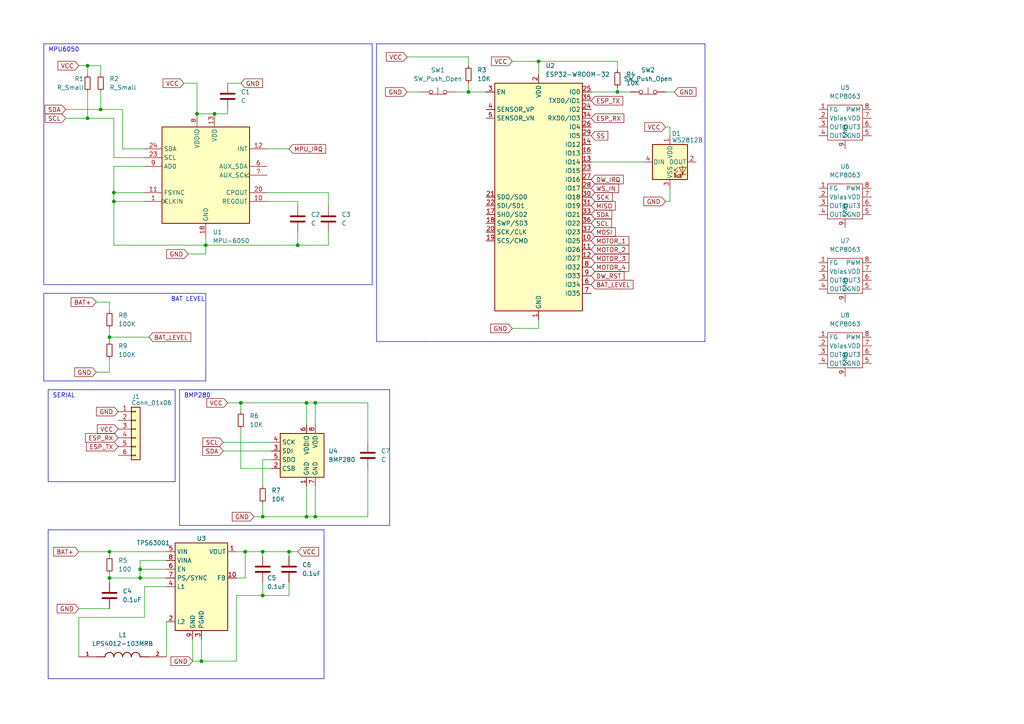
<source format=kicad_sch>
(kicad_sch (version 20230121) (generator eeschema)
  (paper "A4")
  (lib_symbols
    (symbol "Connector_Generic:Conn_01x06" (pin_names (offset 1.016) hide)
      (property "Reference" "J" (at 0 7.62 0))
      (property "Value" "Conn_01x06" (at 0 -10.16 0))
      (symbol "Conn_01x06_1_1"
        (rectangle (start -1.27 -7.493) (end 0 -7.747) (stroke (width 0.1524)))
        (rectangle (start -1.27 -4.953) (end 0 -5.207) (stroke (width 0.1524)))
        (rectangle (start -1.27 -2.413) (end 0 -2.667) (stroke (width 0.1524)))
        (rectangle (start -1.27 0.127) (end 0 -0.127) (stroke (width 0.1524)))
        (rectangle (start -1.27 2.667) (end 0 2.413) (stroke (width 0.1524)))
        (rectangle (start -1.27 5.207) (end 0 4.953) (stroke (width 0.1524)))
        (rectangle (start -1.27 6.35) (end 1.27 -8.89) (stroke (width 0.254)) (fill (type background)))
        (pin passive line (at -5.08 5.08 0) (length 3.81) (name "Pin_1") (number "1"))
        (pin passive line (at -5.08 2.54 0) (length 3.81) (name "Pin_2") (number "2"))
        (pin passive line (at -5.08 0 0) (length 3.81) (name "Pin_3") (number "3"))
        (pin passive line (at -5.08 -2.54 0) (length 3.81) (name "Pin_4") (number "4"))
        (pin passive line (at -5.08 -5.08 0) (length 3.81) (name "Pin_5") (number "5"))
        (pin passive line (at -5.08 -7.62 0) (length 3.81) (name "Pin_6") (number "6"))
      )
    )
    (symbol "Device:C" (pin_numbers hide) (pin_names (offset 0.254))
      (property "Reference" "C" (at 0.635 2.54 0))
      (property "Value" "C" (at 0.635 -2.54 0))
      (symbol "C_0_1"
        (polyline (pts (xy -2.032 -0.762) (xy 2.032 -0.762)) (stroke (width 0.508)))
        (polyline (pts (xy -2.032 0.762) (xy 2.032 0.762)) (stroke (width 0.508)))
      )
      (symbol "C_1_1"
        (pin passive line (at 0 3.81 270) (length 2.794) (name "~") (number "1"))
        (pin passive line (at 0 -3.81 90) (length 2.794) (name "~") (number "2"))
      )
    )
    (symbol "Device:R_Small" (pin_numbers hide) (pin_names (offset 0.254) hide)
      (property "Reference" "R" (at 0.762 0.508 0))
      (property "Value" "R_Small" (at 0.762 -1.016 0))
      (symbol "R_Small_0_1"
        (rectangle (start -0.762 1.778) (end 0.762 -1.778) (stroke (width 0.2032)))
      )
      (symbol "R_Small_1_1"
        (pin passive line (at 0 2.54 270) (length 0.762) (name "~") (number "1"))
        (pin passive line (at 0 -2.54 90) (length 0.762) (name "~") (number "2"))
      )
    )
    (symbol "LED:WS2812B" (pin_names (offset 0.254))
      (property "Reference" "D" (at 5.08 5.715 0))
      (property "Value" "WS2812B" (at 1.27 -5.715 0))
      (symbol "WS2812B_0_0"
        (text "RGB" (at 2.286 -4.191 0) (effects (font (size 0.762 0.762))))
      )
      (symbol "WS2812B_0_1"
        (polyline (pts (xy 1.27 -3.556) (xy 1.778 -3.556)))
        (polyline (pts (xy 1.27 -2.54) (xy 1.778 -2.54)))
        (polyline (pts (xy 4.699 -3.556) (xy 2.667 -3.556)))
        (polyline (pts (xy 2.286 -2.54) (xy 1.27 -3.556) (xy 1.27 -3.048)))
        (polyline (pts (xy 2.286 -1.524) (xy 1.27 -2.54) (xy 1.27 -2.032)))
        (polyline (pts (xy 3.683 -1.016) (xy 3.683 -3.556) (xy 3.683 -4.064)))
        (polyline (pts (xy 4.699 -1.524) (xy 2.667 -1.524) (xy 3.683 -3.556) (xy 4.699 -1.524)))
        (rectangle (start 5.08 5.08) (end -5.08 -5.08) (stroke (width 0.254)) (fill (type background)))
      )
      (symbol "WS2812B_1_1"
        (pin power_in line (at 0 7.62 270) (length 2.54) (name "VDD") (number "1"))
        (pin output line (at 7.62 0 180) (length 2.54) (name "DOUT") (number "2"))
        (pin power_in line (at 0 -7.62 90) (length 2.54) (name "VSS") (number "3"))
        (pin input line (at -7.62 0 0) (length 2.54) (name "DIN") (number "4"))
      )
    )
    (symbol "LPS4012:LPS4012-103MRB" (pin_names (offset 1.016))
      (property "Reference" "L" (at -10.16 7.62 0))
      (property "Value" "LPS4012-103MRB" (at -10.16 5.08 0))
      (symbol "LPS4012-103MRB_0_0"
        (arc (start -2.54 0) (mid -3.81 1.2645) (end -5.08 0) (stroke (width 0.254)))
        (arc (start 0 0) (mid -1.27 1.2645) (end -2.54 0) (stroke (width 0.254)))
        (polyline (pts (xy -5.08 0) (xy -7.62 0)) (stroke (width 0.254)))
        (polyline (pts (xy 5.08 0) (xy 7.62 0)) (stroke (width 0.254)))
        (arc (start 2.54 0) (mid 1.27 1.2645) (end 0 0) (stroke (width 0.254)))
        (arc (start 5.08 0) (mid 3.81 1.2645) (end 2.54 0) (stroke (width 0.254)))
        (pin passive line (at -12.7 0 0) (length 5.08) (name "~") (number "1"))
        (pin passive line (at 12.7 0 180) (length 5.08) (name "~") (number "2"))
      )
    )
    (symbol "MCP8063_1"
      (property "Reference" "U5" (at 0 8.89 0))
      (property "Value" "MCP8063" (at 0 6.35 0))
      (symbol "MCP8063_1_0_1"
        (rectangle (start -5.08 3.81) (end 5.08 -6.35))
      )
      (symbol "MCP8063_1_1_1"
        (pin input line (at -7.62 2.54 0) (length 2.54) (name "FG") (number "1"))
        (pin input line (at -7.62 0 0) (length 2.54) (name "Vbias") (number "2"))
        (pin output line (at -7.62 -2.54 0) (length 2.54) (name "OUT1") (number "3"))
        (pin output line (at -7.62 -5.08 0) (length 2.54) (name "OUT2") (number "4"))
        (pin input line (at 7.62 -5.08 180) (length 2.54) (name "GND") (number "5"))
        (pin output line (at 7.62 -2.54 180) (length 2.54) (name "OUT3") (number "6"))
        (pin input line (at 7.62 0 180) (length 2.54) (name "VDD") (number "7"))
        (pin input line (at 7.62 2.54 180) (length 2.54) (name "PWM") (number "8"))
        (pin output line (at 0 -8.89 90) (length 2.54) (name "GND") (number "9"))
      )
    )
    (symbol "RF_Module:ESP32-WROOM-32"
      (property "Reference" "U" (at -12.7 34.29 0))
      (property "Value" "ESP32-WROOM-32" (at 1.27 34.29 0))
      (symbol "ESP32-WROOM-32_0_1"
        (rectangle (start -12.7 33.02) (end 12.7 -33.02) (stroke (width 0.254)) (fill (type background)))
      )
      (symbol "ESP32-WROOM-32_1_1"
        (pin power_in line (at 0 -35.56 90) (length 2.54) (name "GND") (number "1"))
        (pin bidirectional line (at 15.24 -12.7 180) (length 2.54) (name "IO25") (number "10"))
        (pin bidirectional line (at 15.24 -15.24 180) (length 2.54) (name "IO26") (number "11"))
        (pin bidirectional line (at 15.24 -17.78 180) (length 2.54) (name "IO27") (number "12"))
        (pin bidirectional line (at 15.24 10.16 180) (length 2.54) (name "IO14") (number "13"))
        (pin bidirectional line (at 15.24 15.24 180) (length 2.54) (name "IO12") (number "14"))
        (pin passive line (at 0 -35.56 90) (length 2.54) hide (name "GND") (number "15"))
        (pin bidirectional line (at 15.24 12.7 180) (length 2.54) (name "IO13") (number "16"))
        (pin bidirectional line (at -15.24 -5.08 0) (length 2.54) (name "SHD/SD2") (number "17"))
        (pin bidirectional line (at -15.24 -7.62 0) (length 2.54) (name "SWP/SD3") (number "18"))
        (pin bidirectional line (at -15.24 -12.7 0) (length 2.54) (name "SCS/CMD") (number "19"))
        (pin power_in line (at 0 35.56 270) (length 2.54) (name "VDD") (number "2"))
        (pin bidirectional line (at -15.24 -10.16 0) (length 2.54) (name "SCK/CLK") (number "20"))
        (pin bidirectional line (at -15.24 0 0) (length 2.54) (name "SDO/SD0") (number "21"))
        (pin bidirectional line (at -15.24 -2.54 0) (length 2.54) (name "SDI/SD1") (number "22"))
        (pin bidirectional line (at 15.24 7.62 180) (length 2.54) (name "IO15") (number "23"))
        (pin bidirectional line (at 15.24 25.4 180) (length 2.54) (name "IO2") (number "24"))
        (pin bidirectional line (at 15.24 30.48 180) (length 2.54) (name "IO0") (number "25"))
        (pin bidirectional line (at 15.24 20.32 180) (length 2.54) (name "IO4") (number "26"))
        (pin bidirectional line (at 15.24 5.08 180) (length 2.54) (name "IO16") (number "27"))
        (pin bidirectional line (at 15.24 2.54 180) (length 2.54) (name "IO17") (number "28"))
        (pin bidirectional line (at 15.24 17.78 180) (length 2.54) (name "IO5") (number "29"))
        (pin input line (at -15.24 30.48 0) (length 2.54) (name "EN") (number "3"))
        (pin bidirectional line (at 15.24 0 180) (length 2.54) (name "IO18") (number "30"))
        (pin bidirectional line (at 15.24 -2.54 180) (length 2.54) (name "IO19") (number "31"))
        (pin no_connect line (at -12.7 -27.94 0) (length 2.54) hide (name "NC") (number "32"))
        (pin bidirectional line (at 15.24 -5.08 180) (length 2.54) (name "IO21") (number "33"))
        (pin bidirectional line (at 15.24 22.86 180) (length 2.54) (name "RXD0/IO3") (number "34"))
        (pin bidirectional line (at 15.24 27.94 180) (length 2.54) (name "TXD0/IO1") (number "35"))
        (pin bidirectional line (at 15.24 -7.62 180) (length 2.54) (name "IO22") (number "36"))
        (pin bidirectional line (at 15.24 -10.16 180) (length 2.54) (name "IO23") (number "37"))
        (pin passive line (at 0 -35.56 90) (length 2.54) hide (name "GND") (number "38"))
        (pin passive line (at 0 -35.56 90) (length 2.54) hide (name "GND") (number "39"))
        (pin input line (at -15.24 25.4 0) (length 2.54) (name "SENSOR_VP") (number "4"))
        (pin input line (at -15.24 22.86 0) (length 2.54) (name "SENSOR_VN") (number "5"))
        (pin input line (at 15.24 -25.4 180) (length 2.54) (name "IO34") (number "6"))
        (pin input line (at 15.24 -27.94 180) (length 2.54) (name "IO35") (number "7"))
        (pin bidirectional line (at 15.24 -20.32 180) (length 2.54) (name "IO32") (number "8"))
        (pin bidirectional line (at 15.24 -22.86 180) (length 2.54) (name "IO33") (number "9"))
      )
    )
    (symbol "Regulator_Switching:TPS63000"
      (property "Reference" "U" (at -7.62 13.97 0))
      (property "Value" "TPS63000" (at 5.08 13.97 0))
      (symbol "TPS63000_0_1"
        (rectangle (start -7.62 12.7) (end 7.62 -12.7) (stroke (width 0.254)) (fill (type background)))
      )
      (symbol "TPS63000_1_1"
        (pin power_out line (at 10.16 10.16 180) (length 2.54) (name "VOUT") (number "1"))
        (pin input line (at 10.16 2.54 180) (length 2.54) (name "FB") (number "10"))
        (pin passive line (at 0 -15.24 90) (length 2.54) hide (name "PGND") (number "11"))
        (pin input line (at -10.16 -10.16 0) (length 2.54) (name "L2") (number "2"))
        (pin power_in line (at 0 -15.24 90) (length 2.54) (name "PGND") (number "3"))
        (pin input line (at -10.16 0 0) (length 2.54) (name "L1") (number "4"))
        (pin power_in line (at -10.16 10.16 0) (length 2.54) (name "VIN") (number "5"))
        (pin input line (at -10.16 5.08 0) (length 2.54) (name "EN") (number "6"))
        (pin input line (at -10.16 2.54 0) (length 2.54) (name "PS/SYNC") (number "7"))
        (pin power_in line (at -10.16 7.62 0) (length 2.54) (name "VINA") (number "8"))
        (pin power_in line (at -2.54 -15.24 90) (length 2.54) (name "GND") (number "9"))
      )
    )
    (symbol "Sensor_Motion:MPU-6050"
      (property "Reference" "U" (at -11.43 13.97 0))
      (property "Value" "MPU-6050" (at 7.62 -15.24 0))
      (symbol "MPU-6050_0_0"
        (text "" (at 12.7 -2.54 0) (effects (font (size 1.27 1.27))))
      )
      (symbol "MPU-6050_0_1"
        (rectangle (start -12.7 13.97) (end 12.7 -13.97) (stroke (width 0.254)) (fill (type background)))
      )
      (symbol "MPU-6050_1_1"
        (pin input clock (at -17.78 -7.62 0) (length 5.08) (name "CLKIN") (number "1"))
        (pin passive line (at 17.78 -7.62 180) (length 5.08) (name "REGOUT") (number "10"))
        (pin input line (at -17.78 -5.08 0) (length 5.08) (name "FSYNC") (number "11"))
        (pin output line (at 17.78 7.62 180) (length 5.08) (name "INT") (number "12"))
        (pin power_in line (at 2.54 17.78 270) (length 3.81) (name "VDD") (number "13"))
        (pin no_connect line (at -12.7 -10.16 0) (length 2.54) hide (name "NC") (number "14"))
        (pin no_connect line (at 12.7 12.7 180) (length 2.54) hide (name "NC") (number "15"))
        (pin no_connect line (at 12.7 10.16 180) (length 2.54) hide (name "NC") (number "16"))
        (pin no_connect line (at 12.7 5.08 180) (length 2.54) hide (name "NC") (number "17"))
        (pin power_in line (at 0 -17.78 90) (length 3.81) (name "GND") (number "18"))
        (pin no_connect line (at 12.7 -10.16 180) (length 2.54) hide (name "NC") (number "19"))
        (pin no_connect line (at -12.7 12.7 0) (length 2.54) hide (name "NC") (number "2"))
        (pin passive line (at 17.78 -5.08 180) (length 5.08) (name "CPOUT") (number "20"))
        (pin no_connect line (at 12.7 -2.54 180) (length 2.54) hide (name "NC") (number "21"))
        (pin no_connect line (at 12.7 -12.7 180) (length 2.54) hide (name "NC") (number "22"))
        (pin input line (at -17.78 5.08 0) (length 5.08) (name "SCL") (number "23"))
        (pin bidirectional line (at -17.78 7.62 0) (length 5.08) (name "SDA") (number "24"))
        (pin no_connect line (at -12.7 10.16 0) (length 2.54) hide (name "NC") (number "3"))
        (pin no_connect line (at -12.7 0 0) (length 2.54) hide (name "NC") (number "4"))
        (pin no_connect line (at -12.7 -2.54 0) (length 2.54) hide (name "NC") (number "5"))
        (pin bidirectional line (at 17.78 2.54 180) (length 5.08) (name "AUX_SDA") (number "6"))
        (pin output clock (at 17.78 0 180) (length 5.08) (name "AUX_SCL") (number "7"))
        (pin power_in line (at -2.54 17.78 270) (length 3.81) (name "VDDIO") (number "8"))
        (pin input line (at -17.78 2.54 0) (length 5.08) (name "AD0") (number "9"))
      )
    )
    (symbol "Sensor_Pressure:BMP280"
      (property "Reference" "U" (at -7.62 10.16 0))
      (property "Value" "BMP280" (at 5.08 10.16 0))
      (symbol "BMP280_0_1"
        (rectangle (start -7.62 -5.08) (end 5.08 7.62) (stroke (width 0.254)) (fill (type background)))
      )
      (symbol "BMP280_1_1"
        (pin power_in line (at 0 -7.62 90) (length 2.54) (name "GND") (number "1"))
        (pin input line (at -10.16 -2.54 0) (length 2.54) (name "CSB") (number "2"))
        (pin bidirectional line (at -10.16 2.54 0) (length 2.54) (name "SDI") (number "3"))
        (pin input line (at -10.16 5.08 0) (length 2.54) (name "SCK") (number "4"))
        (pin bidirectional line (at -10.16 0 0) (length 2.54) (name "SDO") (number "5"))
        (pin power_in line (at 0 10.16 270) (length 2.54) (name "VDDIO") (number "6"))
        (pin power_in line (at 2.54 -7.62 90) (length 2.54) (name "GND") (number "7"))
        (pin power_in line (at 2.54 10.16 270) (length 2.54) (name "VDD") (number "8"))
      )
    )
    (symbol "Switch:SW_Push_Open" (pin_numbers hide) (pin_names (offset 1.016) hide)
      (property "Reference" "SW" (at 0 2.54 0))
      (property "Value" "SW_Push_Open" (at 0 -1.905 0))
      (symbol "SW_Push_Open_0_1"
        (circle (center -2.032 0) (radius 0.508))
        (polyline (pts (xy -2.54 -0.635) (xy 2.54 -0.635)))
        (polyline (pts (xy 0 -0.635) (xy 0 1.27)))
        (circle (center 2.032 0) (radius 0.508))
        (pin passive line (at -5.08 0 0) (length 2.54) (name "A") (number "1"))
      )
      (symbol "SW_Push_Open_1_1"
        (pin passive line (at 5.08 0 180) (length 2.54) (name "B") (number "2"))
      )
    )
  )
  (junction (at 156.21 17.78))
  (junction (at 88.9 149.86))
  (junction (at 76.2 160.02))
  (junction (at 135.89 26.67))
  (junction (at 29.21 31.75))
  (junction (at 40.64 165.1))
  (junction (at 31.75 160.02))
  (junction (at 40.64 167.64))
  (junction (at 76.2 172.72))
  (junction (at 91.44 116.84))
  (junction (at 71.12 160.02))
  (junction (at 31.75 167.64))
  (junction (at 57.15 33.02))
  (junction (at 91.44 149.86))
  (junction (at 86.36 71.12))
  (junction (at 33.02 55.88))
  (junction (at 179.07 26.67))
  (junction (at 76.2 149.86))
  (junction (at 88.9 116.84))
  (junction (at 33.02 58.42))
  (junction (at 25.4 19.05))
  (junction (at 83.82 160.02))
  (junction (at 25.4 34.29))
  (junction (at 69.85 116.84))
  (junction (at 59.69 71.12))
  (junction (at 58.42 191.77))
  (junction (at 62.23 33.02))
  (junction (at 31.75 97.79))
  (wire (pts (xy 106.68 135.89) (xy 106.68 149.86)))
  (polyline (pts (xy 123.19 99.06) (xy 204.47 99.06)))
  (wire (pts (xy 66.04 24.13) (xy 69.85 24.13)))
  (wire (pts (xy 76.2 160.02) (xy 83.82 160.02)))
  (wire (pts (xy 68.58 172.72) (xy 68.58 191.77)))
  (wire (pts (xy 31.75 166.37) (xy 31.75 167.64)))
  (wire (pts (xy 41.91 48.26) (xy 33.02 48.26)))
  (wire (pts (xy 33.02 71.12) (xy 59.69 71.12)))
  (wire (pts (xy 31.75 97.79) (xy 43.18 97.79)))
  (wire (pts (xy 69.85 135.89) (xy 69.85 124.46)))
  (wire (pts (xy 41.91 170.18) (xy 48.26 170.18)))
  (wire (pts (xy 83.82 172.72) (xy 76.2 172.72)))
  (polyline (pts (xy 12.7 82.55) (xy 19.05 82.55)))
  (wire (pts (xy 62.23 33.02) (xy 66.04 33.02)))
  (polyline (pts (xy 13.97 139.7) (xy 13.97 113.03)))
  (wire (pts (xy 106.68 149.86) (xy 91.44 149.86)))
  (wire (pts (xy 156.21 17.78) (xy 179.07 17.78)))
  (polyline (pts (xy 50.8 113.03) (xy 50.8 139.7)))
  (wire (pts (xy 33.02 55.88) (xy 41.91 55.88)))
  (wire (pts (xy 156.21 21.59) (xy 156.21 17.78)))
  (wire (pts (xy 95.25 67.31) (xy 95.25 71.12)))
  (wire (pts (xy 48.26 180.34) (xy 48.26 190.5)))
  (polyline (pts (xy 12.7 85.09) (xy 12.7 110.49)))
  (wire (pts (xy 86.36 71.12) (xy 59.69 71.12)))
  (polyline (pts (xy 113.03 152.4) (xy 113.03 113.03)))
  (wire (pts (xy 171.45 26.67) (xy 179.07 26.67)))
  (wire (pts (xy 86.36 67.31) (xy 86.36 71.12)))
  (wire (pts (xy 58.42 191.77) (xy 55.88 191.77)))
  (wire (pts (xy 33.02 55.88) (xy 33.02 58.42)))
  (wire (pts (xy 29.21 19.05) (xy 25.4 19.05)))
  (wire (pts (xy 106.68 116.84) (xy 91.44 116.84)))
  (wire (pts (xy 31.75 90.17) (xy 31.75 87.63)))
  (wire (pts (xy 25.4 26.67) (xy 25.4 34.29)))
  (wire (pts (xy 25.4 21.59) (xy 25.4 19.05)))
  (wire (pts (xy 66.04 33.02) (xy 66.04 31.75)))
  (wire (pts (xy 59.69 71.12) (xy 59.69 73.66)))
  (wire (pts (xy 57.15 33.02) (xy 57.15 24.13)))
  (wire (pts (xy 73.66 149.86) (xy 76.2 149.86)))
  (polyline (pts (xy 109.22 12.7) (xy 109.22 99.06)))
  (wire (pts (xy 156.21 92.71) (xy 156.21 95.25)))
  (wire (pts (xy 22.86 179.07) (xy 41.91 179.07)))
  (wire (pts (xy 148.59 95.25) (xy 156.21 95.25)))
  (wire (pts (xy 41.91 43.18) (xy 35.56 43.18)))
  (wire (pts (xy 88.9 116.84) (xy 88.9 123.19)))
  (wire (pts (xy 19.05 34.29) (xy 25.4 34.29)))
  (wire (pts (xy 71.12 167.64) (xy 71.12 160.02)))
  (wire (pts (xy 83.82 160.02) (xy 83.82 161.29)))
  (wire (pts (xy 58.42 185.42) (xy 58.42 191.77)))
  (wire (pts (xy 69.85 116.84) (xy 88.9 116.84)))
  (wire (pts (xy 27.94 87.63) (xy 31.75 87.63)))
  (polyline (pts (xy 82.55 152.4) (xy 113.03 152.4)))
  (wire (pts (xy 31.75 167.64) (xy 40.64 167.64)))
  (wire (pts (xy 55.88 185.42) (xy 55.88 191.77)))
  (wire (pts (xy 29.21 26.67) (xy 29.21 31.75)))
  (wire (pts (xy 193.04 58.42) (xy 194.31 58.42)))
  (wire (pts (xy 171.45 46.99) (xy 186.69 46.99)))
  (wire (pts (xy 194.31 39.37) (xy 194.31 36.83)))
  (polyline (pts (xy 13.97 113.03) (xy 50.8 113.03)))
  (wire (pts (xy 106.68 128.27) (xy 106.68 116.84)))
  (wire (pts (xy 40.64 165.1) (xy 48.26 165.1)))
  (wire (pts (xy 33.02 48.26) (xy 33.02 55.88)))
  (wire (pts (xy 41.91 45.72) (xy 33.02 45.72)))
  (wire (pts (xy 148.59 17.78) (xy 156.21 17.78)))
  (wire (pts (xy 76.2 133.35) (xy 76.2 140.97)))
  (wire (pts (xy 31.75 176.53) (xy 22.86 176.53)))
  (wire (pts (xy 68.58 167.64) (xy 71.12 167.64)))
  (wire (pts (xy 66.04 116.84) (xy 69.85 116.84)))
  (polyline (pts (xy 59.69 85.09) (xy 12.7 85.09)))
  (wire (pts (xy 22.86 190.5) (xy 22.86 179.07)))
  (polyline (pts (xy 13.97 139.7) (xy 50.8 139.7)))
  (polyline (pts (xy 12.7 12.7) (xy 12.7 82.55)))
  (wire (pts (xy 33.02 58.42) (xy 41.91 58.42)))
  (wire (pts (xy 31.75 167.64) (xy 31.75 168.91)))
  (polyline (pts (xy 59.69 107.95) (xy 59.69 110.49)))
  (wire (pts (xy 78.74 133.35) (xy 76.2 133.35)))
  (polyline (pts (xy 109.22 99.06) (xy 123.19 99.06)))
  (wire (pts (xy 19.05 31.75) (xy 29.21 31.75)))
  (wire (pts (xy 27.94 107.95) (xy 31.75 107.95)))
  (polyline (pts (xy 204.47 12.7) (xy 109.22 12.7)))
  (wire (pts (xy 54.61 73.66) (xy 59.69 73.66)))
  (wire (pts (xy 132.08 26.67) (xy 135.89 26.67)))
  (wire (pts (xy 91.44 149.86) (xy 88.9 149.86)))
  (wire (pts (xy 135.89 19.05) (xy 135.89 16.51)))
  (wire (pts (xy 22.86 160.02) (xy 31.75 160.02)))
  (wire (pts (xy 135.89 26.67) (xy 140.97 26.67)))
  (wire (pts (xy 31.75 104.14) (xy 31.75 107.95)))
  (polyline (pts (xy 52.07 113.03) (xy 52.07 152.4)))
  (polyline (pts (xy 107.95 12.7) (xy 12.7 12.7)))
  (polyline (pts (xy 13.97 153.67) (xy 93.98 153.67)))
  (wire (pts (xy 40.64 167.64) (xy 40.64 165.1)))
  (polyline (pts (xy 59.69 107.95) (xy 59.69 85.09)))
  (wire (pts (xy 179.07 26.67) (xy 182.88 26.67)))
  (wire (pts (xy 57.15 33.02) (xy 62.23 33.02)))
  (polyline (pts (xy 13.97 196.85) (xy 93.98 196.85)))
  (wire (pts (xy 71.12 160.02) (xy 76.2 160.02)))
  (polyline (pts (xy 204.47 99.06) (xy 204.47 12.7)))
  (wire (pts (xy 71.12 160.02) (xy 68.58 160.02)))
  (wire (pts (xy 68.58 191.77) (xy 58.42 191.77)))
  (wire (pts (xy 91.44 140.97) (xy 91.44 149.86)))
  (polyline (pts (xy 113.03 113.03) (xy 52.07 113.03)))
  (wire (pts (xy 40.64 165.1) (xy 40.64 162.56)))
  (wire (pts (xy 83.82 168.91) (xy 83.82 172.72)))
  (wire (pts (xy 76.2 146.05) (xy 76.2 149.86)))
  (polyline (pts (xy 12.7 110.49) (xy 59.69 110.49)))
  (wire (pts (xy 179.07 25.4) (xy 179.07 26.67)))
  (polyline (pts (xy 52.07 152.4) (xy 82.55 152.4)))
  (wire (pts (xy 77.47 58.42) (xy 86.36 58.42)))
  (polyline (pts (xy 19.05 82.55) (xy 107.95 82.55)))
  (wire (pts (xy 118.11 26.67) (xy 121.92 26.67)))
  (wire (pts (xy 194.31 54.61) (xy 194.31 58.42)))
  (wire (pts (xy 40.64 167.64) (xy 48.26 167.64)))
  (wire (pts (xy 31.75 160.02) (xy 48.26 160.02)))
  (wire (pts (xy 95.25 55.88) (xy 95.25 59.69)))
  (wire (pts (xy 25.4 19.05) (xy 22.86 19.05)))
  (wire (pts (xy 25.4 34.29) (xy 33.02 34.29)))
  (wire (pts (xy 59.69 68.58) (xy 59.69 71.12)))
  (wire (pts (xy 53.34 24.13) (xy 57.15 24.13)))
  (wire (pts (xy 29.21 21.59) (xy 29.21 19.05)))
  (wire (pts (xy 33.02 45.72) (xy 33.02 34.29)))
  (wire (pts (xy 76.2 149.86) (xy 88.9 149.86)))
  (wire (pts (xy 179.07 17.78) (xy 179.07 20.32)))
  (wire (pts (xy 83.82 160.02) (xy 86.36 160.02)))
  (wire (pts (xy 77.47 55.88) (xy 95.25 55.88)))
  (wire (pts (xy 35.56 43.18) (xy 35.56 31.75)))
  (wire (pts (xy 78.74 135.89) (xy 69.85 135.89)))
  (polyline (pts (xy 107.95 82.55) (xy 107.95 12.7)))
  (wire (pts (xy 193.04 36.83) (xy 194.31 36.83)))
  (wire (pts (xy 31.75 160.02) (xy 31.75 161.29)))
  (wire (pts (xy 31.75 97.79) (xy 31.75 99.06)))
  (wire (pts (xy 41.91 179.07) (xy 41.91 170.18)))
  (wire (pts (xy 76.2 168.91) (xy 76.2 172.72)))
  (wire (pts (xy 31.75 95.25) (xy 31.75 97.79)))
  (wire (pts (xy 64.77 128.27) (xy 78.74 128.27)))
  (wire (pts (xy 77.47 43.18) (xy 83.82 43.18)))
  (wire (pts (xy 88.9 116.84) (xy 91.44 116.84)))
  (wire (pts (xy 64.77 130.81) (xy 78.74 130.81)))
  (polyline (pts (xy 13.97 196.85) (xy 13.97 153.67)))
  (wire (pts (xy 91.44 123.19) (xy 91.44 116.84)))
  (wire (pts (xy 33.02 58.42) (xy 33.02 71.12)))
  (wire (pts (xy 76.2 160.02) (xy 76.2 161.29)))
  (wire (pts (xy 135.89 24.13) (xy 135.89 26.67)))
  (wire (pts (xy 118.11 16.51) (xy 135.89 16.51)))
  (wire (pts (xy 29.21 31.75) (xy 35.56 31.75)))
  (wire (pts (xy 88.9 140.97) (xy 88.9 149.86)))
  (polyline (pts (xy 93.98 153.67) (xy 93.98 196.85)))
  (wire (pts (xy 76.2 172.72) (xy 68.58 172.72)))
  (wire (pts (xy 86.36 58.42) (xy 86.36 59.69)))
  (wire (pts (xy 193.04 26.67) (xy 195.58 26.67)))
  (wire (pts (xy 69.85 116.84) (xy 69.85 119.38)))
  (wire (pts (xy 95.25 71.12) (xy 86.36 71.12)))
  (wire (pts (xy 40.64 162.56) (xy 48.26 162.56)))
  (text "BAT LEVEL" (at 49.53 87.63 0) (effects (font (size 1.27 1.27)) (justify left bottom)))
  (text "SERIAL\n" (at 15.24 115.57 0) (effects (font (size 1.27 1.27)) (justify left bottom)))
  (text "BMP280\n" (at 53.34 115.57 0) (effects (font (size 1.27 1.27)) (justify left bottom)))
  (text "MPU6050\n" (at 13.97 15.24 0) (effects (font (size 1.27 1.27)) (justify left bottom)))
  (global_label "MOTOR_1" (shape input) (at 171.45 69.85 0) (property "Intersheetrefs" "${INTERSHEET_REFS}" (effects hide)))
  (global_label "SDA" (shape input) (at 19.05 31.75 180) (property "Intersheetrefs" "${INTERSHEET_REFS}" (effects hide)))
  (global_label "VCC" (shape input) (at 34.29 124.46 180) (property "Intersheetrefs" "${INTERSHEET_REFS}" (effects hide)))
  (global_label "BAT_LEVEL" (shape input) (at 171.45 82.55 0) (property "Intersheetrefs" "${INTERSHEET_REFS}" (effects hide)))
  (global_label "VCC" (shape input) (at 86.36 160.02 0) (property "Intersheetrefs" "${INTERSHEET_REFS}" (effects hide)))
  (global_label "MOTOR_3" (shape input) (at 171.45 74.93 0) (property "Intersheetrefs" "${INTERSHEET_REFS}" (effects hide)))
  (global_label "GND" (shape input) (at 195.58 26.67 0) (property "Intersheetrefs" "${INTERSHEET_REFS}" (effects hide)))
  (global_label "MPU_IRQ" (shape input) (at 83.82 43.18 0) (property "Intersheetrefs" "${INTERSHEET_REFS}" (effects hide)))
  (global_label "BAT+" (shape input) (at 27.94 87.63 180) (property "Intersheetrefs" "${INTERSHEET_REFS}" (effects hide)))
  (global_label "ESP_TX" (shape input) (at 171.45 29.21 0) (property "Intersheetrefs" "${INTERSHEET_REFS}" (effects hide)))
  (global_label "DW_IRQ" (shape input) (at 171.45 52.07 0) (property "Intersheetrefs" "${INTERSHEET_REFS}" (effects hide)))
  (global_label "SS" (shape input) (at 171.45 39.37 0) (property "Intersheetrefs" "${INTERSHEET_REFS}" (effects hide)))
  (global_label "MISO" (shape input) (at 171.45 59.69 0) (property "Intersheetrefs" "${INTERSHEET_REFS}" (effects hide)))
  (global_label "VCC" (shape input) (at 53.34 24.13 180) (property "Intersheetrefs" "${INTERSHEET_REFS}" (effects hide)))
  (global_label "SDA" (shape input) (at 64.77 130.81 180) (property "Intersheetrefs" "${INTERSHEET_REFS}" (effects hide)))
  (global_label "BAT+" (shape input) (at 22.86 160.02 180) (property "Intersheetrefs" "${INTERSHEET_REFS}" (effects hide)))
  (global_label "GND" (shape input) (at 27.94 107.95 180) (property "Intersheetrefs" "${INTERSHEET_REFS}" (effects hide)))
  (global_label "DW_RST" (shape input) (at 171.45 80.01 0) (property "Intersheetrefs" "${INTERSHEET_REFS}" (effects hide)))
  (global_label "ESP_TX" (shape input) (at 34.29 129.54 180) (property "Intersheetrefs" "${INTERSHEET_REFS}" (effects hide)))
  (global_label "SCL" (shape input) (at 19.05 34.29 180) (property "Intersheetrefs" "${INTERSHEET_REFS}" (effects hide)))
  (global_label "GND" (shape input) (at 54.61 73.66 180) (property "Intersheetrefs" "${INTERSHEET_REFS}" (effects hide)))
  (global_label "GND" (shape input) (at 69.85 24.13 0) (property "Intersheetrefs" "${INTERSHEET_REFS}" (effects hide)))
  (global_label "VCC" (shape input) (at 118.11 16.51 180) (property "Intersheetrefs" "${INTERSHEET_REFS}" (effects hide)))
  (global_label "BAT_LEVEL" (shape input) (at 43.18 97.79 0) (property "Intersheetrefs" "${INTERSHEET_REFS}" (effects hide)))
  (global_label "GND" (shape input) (at 148.59 95.25 180) (property "Intersheetrefs" "${INTERSHEET_REFS}" (effects hide)))
  (global_label "GND" (shape input) (at 55.88 191.77 180) (property "Intersheetrefs" "${INTERSHEET_REFS}" (effects hide)))
  (global_label "MOTOR_4" (shape input) (at 171.45 77.47 0) (property "Intersheetrefs" "${INTERSHEET_REFS}" (effects hide)))
  (global_label "MOSI" (shape input) (at 171.45 67.31 0) (property "Intersheetrefs" "${INTERSHEET_REFS}" (effects hide)))
  (global_label "MOTOR_2" (shape input) (at 171.45 72.39 0) (property "Intersheetrefs" "${INTERSHEET_REFS}" (effects hide)))
  (global_label "WS_IN" (shape input) (at 171.45 54.61 0) (property "Intersheetrefs" "${INTERSHEET_REFS}" (effects hide)))
  (global_label "GND" (shape input) (at 118.11 26.67 180) (property "Intersheetrefs" "${INTERSHEET_REFS}" (effects hide)))
  (global_label "VCC" (shape input) (at 66.04 116.84 180) (property "Intersheetrefs" "${INTERSHEET_REFS}" (effects hide)))
  (global_label "SCL" (shape input) (at 64.77 128.27 180) (property "Intersheetrefs" "${INTERSHEET_REFS}" (effects hide)))
  (global_label "GND" (shape input) (at 193.04 58.42 180) (property "Intersheetrefs" "${INTERSHEET_REFS}" (effects hide)))
  (global_label "GND" (shape input) (at 73.66 149.86 180) (property "Intersheetrefs" "${INTERSHEET_REFS}" (effects hide)))
  (global_label "VCC" (shape input) (at 148.59 17.78 180) (property "Intersheetrefs" "${INTERSHEET_REFS}" (effects hide)))
  (global_label "GND" (shape input) (at 22.86 176.53 180) (property "Intersheetrefs" "${INTERSHEET_REFS}" (effects hide)))
  (global_label "GND" (shape input) (at 34.29 119.38 180) (property "Intersheetrefs" "${INTERSHEET_REFS}" (effects hide)))
  (global_label "ESP_RX" (shape input) (at 34.29 127 180) (property "Intersheetrefs" "${INTERSHEET_REFS}" (effects hide)))
  (global_label "VCC" (shape input) (at 22.86 19.05 180) (property "Intersheetrefs" "${INTERSHEET_REFS}" (effects hide)))
  (global_label "VCC" (shape input) (at 193.04 36.83 180) (property "Intersheetrefs" "${INTERSHEET_REFS}" (effects hide)))
  (global_label "SCK" (shape input) (at 171.45 57.15 0) (property "Intersheetrefs" "${INTERSHEET_REFS}" (effects hide)))
  (global_label "SCL" (shape input) (at 171.45 64.77 0) (property "Intersheetrefs" "${INTERSHEET_REFS}" (effects hide)))
  (global_label "ESP_RX" (shape input) (at 171.45 34.29 0) (property "Intersheetrefs" "${INTERSHEET_REFS}" (effects hide)))
  (global_label "SDA" (shape input) (at 171.45 62.23 0) (property "Intersheetrefs" "${INTERSHEET_REFS}" (effects hide)))
  (symbol (lib_id "Device:C") (at 86.36 63.5 0) (unit 1)
    (property "Reference" "C2" (at 90.17 62.2299 0) (effects (justify left)))
    (property "Value" "C" (at 90.17 64.7699 0) (effects (justify left)))
    (property "Footprint" "Capacitor_SMD:C_0603_1608Metric" (effects hide))
  )
  (symbol (lib_id "Sensor_Motion:MPU-6050") (at 59.69 50.8 0) (unit 1)
    (property "Reference" "U1" (at 61.7094 67.31 0) (effects (justify left)))
    (property "Value" "MPU-6050" (at 61.7094 69.85 0) (effects (justify left)))
    (property "Footprint" "Sensor_Motion:InvenSense_QFN-24_4x4mm_P0.5mm" (effects hide))
    (property "Datasheet" "https://store.invensense.com/datasheets/invensense/MPU-6050_DataSheet_V3%204.pdf" (effects hide))
  )
  (symbol (lib_id "LPS4012:LPS4012-103MRB") (at 35.56 190.5 0) (unit 1)
    (property "Reference" "L1" (at 35.56 184.15 0))
    (property "Value" "LPS4012-103MRB" (at 35.56 186.69 0))
    (property "Footprint" "LPS4012:IND_LPS4012-103MRB" (effects hide))
    (property "STANDARD" "Manufacturer Recommendations" (effects hide))
    (property "PARTREV" "08/01/13" (effects hide))
    (property "MANUFACTURER" "Coil Craft" (effects hide))
    (property "MAXIMUM_PACKAGE_HEIGHT" "1.2mm" (effects hide))
  )
  (symbol (lib_id "Device:R_Small") (at 76.2 143.51 0) (unit 1)
    (property "Reference" "R7" (at 78.74 142.2399 0) (effects (justify left)))
    (property "Value" "10K" (at 78.74 144.7799 0) (effects (justify left)))
    (property "Footprint" "Resistor_SMD:R_0603_1608Metric" (effects hide))
  )
  (symbol (lib_id "Device:R_Small") (at 31.75 101.6 0) (unit 1)
    (property "Reference" "R9" (at 34.29 100.3299 0) (effects (justify left)))
    (property "Value" "100K" (at 34.29 102.8699 0) (effects (justify left)))
    (property "Footprint" "Resistor_SMD:R_0603_1608Metric" (effects hide))
  )
  (symbol (lib_id "RF_Module:ESP32-WROOM-32") (at 156.21 57.15 0) (unit 1)
    (property "Reference" "U2" (at 158.2294 19.05 0) (effects (justify left)))
    (property "Value" "ESP32-WROOM-32" (at 158.2294 21.59 0) (effects (justify left)))
    (property "Footprint" "RF_Module:ESP32-WROOM-32" (effects hide))
    (property "Datasheet" "https://www.espressif.com/sites/default/files/documentation/esp32-wroom-32_datasheet_en.pdf" (effects hide))
  )
  (symbol (lib_id "Connector_Generic:Conn_01x06") (at 39.37 124.46 0) (unit 1)
    (property "Reference" "J1" (at 38.1947 115.0484 0) (effects (justify left)))
    (property "Value" "Conn_01x06" (at 38.1 116.84 0) (effects (justify left)))
    (property "Footprint" "Connector_PinHeader_2.54mm:PinHeader_1x06_P2.54mm_Vertical" (effects hide))
  )
  (symbol (lib_name "MCP8063_1") (lib_id "MCP8063:MCP8063") (at 245.11 57.15 0) (unit 1)
    (property "Reference" "U6" (at 245.11 48.26 0))
    (property "Value" "MCP8063" (at 245.11 50.8 0))
    (property "Footprint" "Package_DFN_QFN:DFN-8-1EP_4x4mm_P0.8mm_EP2.5x3.6mm" (effects hide))
  )
  (symbol (lib_id "Device:R_Small") (at 135.89 21.59 0) (unit 1)
    (property "Reference" "R3" (at 138.43 20.3199 0) (effects (justify left)))
    (property "Value" "10K" (at 138.43 22.8599 0) (effects (justify left)))
    (property "Footprint" "Resistor_SMD:R_0603_1608Metric" (effects hide))
  )
  (symbol (lib_name "MCP8063_1") (lib_id "MCP8063:MCP8063") (at 245.11 78.74 0) (unit 1)
    (property "Reference" "U7" (at 245.11 69.85 0))
    (property "Value" "MCP8063" (at 245.11 72.39 0))
    (property "Footprint" "Package_DFN_QFN:DFN-8-1EP_4x4mm_P0.8mm_EP2.5x3.6mm" (effects hide))
  )
  (symbol (lib_id "Device:R_Small") (at 179.07 22.86 0) (unit 1)
    (property "Reference" "R4" (at 181.61 21.5899 0) (effects (justify left)))
    (property "Value" "10K" (at 181.61 24.1299 0) (effects (justify left)))
    (property "Footprint" "Resistor_SMD:R_0603_1608Metric" (effects hide))
  )
  (symbol (lib_name "MCP8063_1") (lib_id "MCP8063:MCP8063") (at 245.11 34.29 0) (unit 1)
    (property "Reference" "U5" (at 245.11 25.4 0))
    (property "Value" "MCP8063" (at 245.11 27.94 0))
    (property "Footprint" "Package_DFN_QFN:DFN-8-1EP_4x4mm_P0.8mm_EP2.5x3.6mm" (effects hide))
  )
  (symbol (lib_id "Device:C") (at 83.82 165.1 0) (unit 1)
    (property "Reference" "C6" (at 87.63 163.8299 0) (effects (justify left)))
    (property "Value" "0.1uF" (at 87.63 166.3699 0) (effects (justify left)))
    (property "Footprint" "Capacitor_SMD:C_0603_1608Metric" (effects hide))
  )
  (symbol (lib_id "Device:R_Small") (at 31.75 92.71 0) (unit 1)
    (property "Reference" "R8" (at 34.29 91.4399 0) (effects (justify left)))
    (property "Value" "100K" (at 34.29 93.9799 0) (effects (justify left)))
    (property "Footprint" "Resistor_SMD:R_0603_1608Metric" (effects hide))
  )
  (symbol (lib_id "Device:C") (at 66.04 27.94 0) (unit 1)
    (property "Reference" "C1" (at 69.85 26.6699 0) (effects (justify left)))
    (property "Value" "C" (at 69.85 29.2099 0) (effects (justify left)))
    (property "Footprint" "Capacitor_SMD:C_0603_1608Metric" (effects hide))
  )
  (symbol (lib_id "Device:C") (at 95.25 63.5 0) (unit 1)
    (property "Reference" "C3" (at 99.06 62.2299 0) (effects (justify left)))
    (property "Value" "C" (at 99.06 64.7699 0) (effects (justify left)))
    (property "Footprint" "Capacitor_SMD:C_0603_1608Metric" (effects hide))
  )
  (symbol (lib_id "Switch:SW_Push_Open") (at 127 26.67 0) (unit 1)
    (property "Reference" "SW1" (at 127 20.32 0))
    (property "Value" "SW_Push_Open" (at 127 22.86 0))
    (property "Footprint" "Button_Switch_SMD:SW_SPST_CK_RS282G05A3" (effects hide))
  )
  (symbol (lib_id "Device:C") (at 31.75 172.72 0) (unit 1)
    (property "Reference" "C4" (at 35.56 171.4499 0) (effects (justify left)))
    (property "Value" "0.1uF" (at 35.56 173.9899 0) (effects (justify left)))
    (property "Footprint" "Capacitor_SMD:C_0603_1608Metric" (effects hide))
  )
  (symbol (lib_id "Switch:SW_Push_Open") (at 187.96 26.67 0) (unit 1)
    (property "Reference" "SW2" (at 187.96 20.32 0))
    (property "Value" "SW_Push_Open" (at 187.96 22.86 0))
    (property "Footprint" "Button_Switch_SMD:SW_SPST_CK_RS282G05A3" (effects hide))
  )
  (symbol (lib_name "MCP8063_1") (lib_id "MCP8063:MCP8063") (at 245.11 100.33 0) (unit 1)
    (property "Reference" "U8" (at 245.11 91.44 0))
    (property "Value" "MCP8063" (at 245.11 93.98 0))
    (property "Footprint" "Package_DFN_QFN:DFN-8-1EP_4x4mm_P0.8mm_EP2.5x3.6mm" (effects hide))
  )
  (symbol (lib_id "Device:R_Small") (at 29.21 24.13 0) (unit 1)
    (property "Reference" "R2" (at 31.75 22.8599 0) (effects (justify left)))
    (property "Value" "R_Small" (at 31.75 25.3999 0) (effects (justify left)))
    (property "Footprint" "Resistor_SMD:R_0603_1608Metric" (effects hide))
  )
  (symbol (lib_id "Device:R_Small") (at 25.4 24.13 0) (unit 1)
    (property "Reference" "R1" (at 21.59 22.86 0) (effects (justify left)))
    (property "Value" "R_Small" (at 16.51 25.4 0) (effects (justify left)))
    (property "Footprint" "Resistor_SMD:R_0603_1608Metric" (effects hide))
  )
  (symbol (lib_id "LED:WS2812B") (at 194.31 46.99 0) (unit 1)
    (property "Reference" "D1" (at 196.1581 38.7719 0))
    (property "Value" "WS2812B" (at 199.39 40.64 0))
    (property "Footprint" "LED_SMD:LED_WS2812B_PLCC4_5.0x5.0mm_P3.2mm" (effects hide))
    (property "Datasheet" "https://cdn-shop.adafruit.com/datasheets/WS2812B.pdf" (effects hide))
  )
  (symbol (lib_id "Device:R_Small") (at 31.75 163.83 0) (unit 1)
    (property "Reference" "R5" (at 34.29 162.5599 0) (effects (justify left)))
    (property "Value" "100" (at 34.29 165.0999 0) (effects (justify left)))
    (property "Footprint" "Resistor_SMD:R_0603_1608Metric" (effects hide))
  )
  (symbol (lib_id "Device:C") (at 106.68 132.08 0) (unit 1)
    (property "Reference" "C7" (at 110.49 130.8099 0) (effects (justify left)))
    (property "Value" "C" (at 110.49 133.3499 0) (effects (justify left)))
    (property "Footprint" "Capacitor_SMD:C_0603_1608Metric" (effects hide))
  )
  (symbol (lib_id "Device:C") (at 76.2 165.1 0) (unit 1)
    (property "Reference" "C5" (at 77.47 167.64 0) (effects (justify left)))
    (property "Value" "0.1uF" (at 77.47 170.18 0) (effects (justify left)))
    (property "Footprint" "Capacitor_SMD:C_0603_1608Metric" (effects hide))
  )
  (symbol (lib_id "Sensor_Pressure:BMP280") (at 88.9 133.35 0) (unit 1)
    (property "Reference" "U4" (at 95.25 130.8099 0) (effects (justify left)))
    (property "Value" "BMP280" (at 95.25 133.3499 0) (effects (justify left)))
    (property "Footprint" "Package_LGA:Bosch_LGA-8_2x2.5mm_P0.65mm_ClockwisePinNumbering" (effects hide))
    (property "Datasheet" "https://ae-bst.resource.bosch.com/media/_tech/media/datasheets/BST-BMP280-DS001.pdf" (effects hide))
  )
  (symbol (lib_id "Device:R_Small") (at 69.85 121.92 0) (unit 1)
    (property "Reference" "R6" (at 72.39 120.6499 0) (effects (justify left)))
    (property "Value" "10K" (at 72.39 123.1899 0) (effects (justify left)))
    (property "Footprint" "Resistor_SMD:R_0603_1608Metric" (effects hide))
  )
  (symbol (lib_id "Regulator_Switching:TPS63000") (at 58.42 170.18 0) (unit 1)
    (property "Reference" "U3" (at 58.42 156.21 0))
    (property "Value" "TPS63001" (at 44.45 157.48 0))
    (property "Footprint" "Package_SON:Texas_DRC0010J_ThermalVias" (effects hide))
    (property "Datasheet" "http://www.ti.com/lit/ds/symlink/tps63000.pdf" (effects hide))
  )
)
</source>
